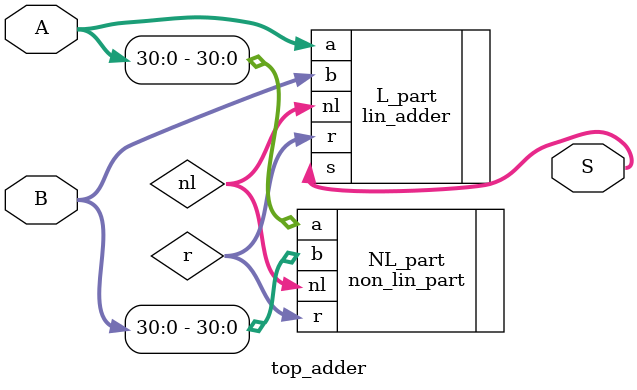
<source format=v>
module top_adder (A, B, S);

parameter N = 32; //number of bits
input [N-1:0] A,B;
output [N:0] S;

wire [N-4:0] r;
wire [N*3-6:0] nl;

//connecting the non-linear part
non_lin_part NL_part ( 
   .a (A[N-2:0]),
   .b (B[N-2:0]),
   .r (r),
   .nl (nl)
);
//connecting the linear part
lin_adder L_part ( 
   .a (A),
   .b (B),
   .nl (nl),
   .s (S),
   .r (r)
); 

endmodule

</source>
